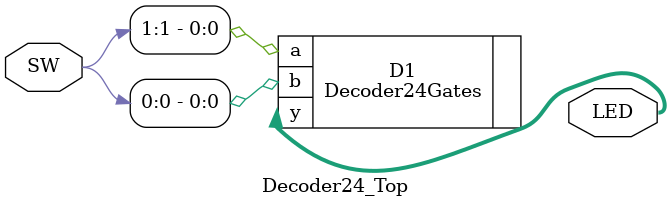
<source format=sv>
module Decoder24_Top(
    input  logic [1:0] SW,
    output logic [3:0] LED );
    
    //ÊµÀý»¯
    Decoder24Gates D1(.a(SW[1]), 
                      .b(SW[0]), 
                      .y(LED) );
endmodule
</source>
